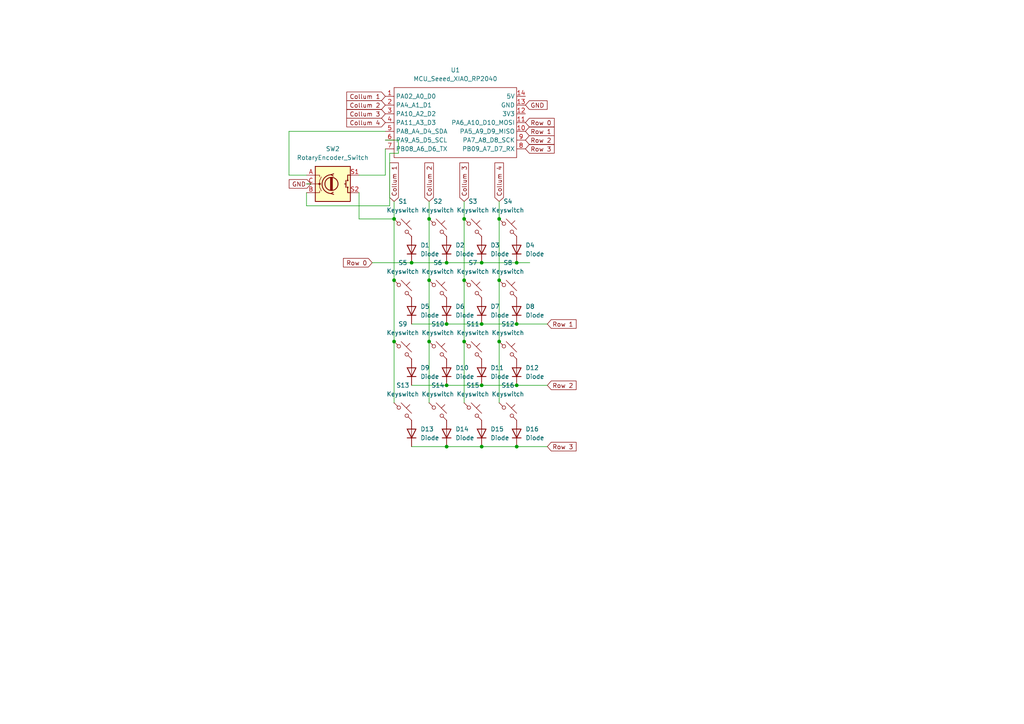
<source format=kicad_sch>
(kicad_sch (version 20231120) (generator "eeschema") (generator_version "8.0")
  (paper "A4")
  (lib_symbols
    (symbol "Device:RotaryEncoder_Switch" (pin_names (offset 0.254) hide)
      (property "Reference" "SW" (at 0 6.604 0))
      (property "Value" "RotaryEncoder_Switch" (at 0 -6.604 0))
      (symbol "RotaryEncoder_Switch_0_1"
        (rectangle (start -5.08 5.08) (end 5.08 -5.08) (stroke (width 0.254)) (fill (type background)))
        (circle (center -3.81 0) (radius 0.254) (fill (type outline)))
        (circle (center -0.381 0) (radius 1.905) (stroke (width 0.254)))
        (arc (start -0.381 2.667) (mid -3.0988 -0.0635) (end -0.381 -2.794) (stroke (width 0.254)))
        (polyline (pts (xy -0.635 -1.778) (xy -0.635 1.778)) (stroke (width 0.254)))
        (polyline (pts (xy -0.381 -1.778) (xy -0.381 1.778)) (stroke (width 0.254)))
        (polyline (pts (xy -0.127 1.778) (xy -0.127 -1.778)) (stroke (width 0.254)))
        (polyline (pts (xy 3.81 0) (xy 3.429 0)) (stroke (width 0.254)))
        (polyline (pts (xy 3.81 1.016) (xy 3.81 -1.016)) (stroke (width 0.254)))
        (polyline (pts (xy -5.08 -2.54) (xy -3.81 -2.54) (xy -3.81 -2.032)))
        (polyline (pts (xy -5.08 2.54) (xy -3.81 2.54) (xy -3.81 2.032)))
        (polyline (pts (xy 0.254 -3.048) (xy -0.508 -2.794) (xy 0.127 -2.413)) (stroke (width 0.254)))
        (polyline (pts (xy 0.254 2.921) (xy -0.508 2.667) (xy 0.127 2.286)) (stroke (width 0.254)))
        (polyline (pts (xy 5.08 -2.54) (xy 4.318 -2.54) (xy 4.318 -1.016)) (stroke (width 0.254)))
        (polyline (pts (xy 5.08 2.54) (xy 4.318 2.54) (xy 4.318 1.016)) (stroke (width 0.254)))
        (polyline (pts (xy -5.08 0) (xy -3.81 0) (xy -3.81 -1.016) (xy -3.302 -2.032)))
        (polyline (pts (xy -4.318 0) (xy -3.81 0) (xy -3.81 1.016) (xy -3.302 2.032)))
        (circle (center 4.318 -1.016) (radius 0.127) (stroke (width 0.254)))
        (circle (center 4.318 1.016) (radius 0.127) (stroke (width 0.254)))
      )
      (symbol "RotaryEncoder_Switch_1_1"
        (pin passive line (at -7.62 2.54 0) (length 2.54) (name "A") (number "A"))
        (pin passive line (at -7.62 -2.54 0) (length 2.54) (name "B") (number "B"))
        (pin passive line (at -7.62 0 0) (length 2.54) (name "C") (number "C"))
        (pin passive line (at 7.62 2.54 180) (length 2.54) (name "S1") (number "S1"))
        (pin passive line (at 7.62 -2.54 180) (length 2.54) (name "S2") (number "S2"))
      )
    )
    (symbol "ScottoKeebs:MCU_Seeed_XIAO_RP2040"
      (property "Reference" "U" (at -16.51 11.43 0))
      (property "Value" "MCU_Seeed_XIAO_RP2040" (at -3.81 -11.43 0))
      (symbol "MCU_Seeed_XIAO_RP2040_0_1"
        (rectangle (start -16.51 10.16) (end 19.05 -10.16))
      )
      (symbol "MCU_Seeed_XIAO_RP2040_1_1"
        (pin passive line (at -19.05 7.62 0) (length 2.54) (name "PA02_A0_D0") (number "1"))
        (pin passive line (at 21.59 -2.54 180) (length 2.54) (name "PA5_A9_D9_MISO") (number "10"))
        (pin passive line (at 21.59 0 180) (length 2.54) (name "PA6_A10_D10_MOSI") (number "11"))
        (pin passive line (at 21.59 2.54 180) (length 2.54) (name "3V3") (number "12"))
        (pin passive line (at 21.59 5.08 180) (length 2.54) (name "GND") (number "13"))
        (pin passive line (at 21.59 7.62 180) (length 2.54) (name "5V") (number "14"))
        (pin passive line (at -19.05 5.08 0) (length 2.54) (name "PA4_A1_D1") (number "2"))
        (pin passive line (at -19.05 2.54 0) (length 2.54) (name "PA10_A2_D2") (number "3"))
        (pin passive line (at -19.05 0 0) (length 2.54) (name "PA11_A3_D3") (number "4"))
        (pin passive line (at -19.05 -2.54 0) (length 2.54) (name "PA8_A4_D4_SDA") (number "5"))
        (pin passive line (at -19.05 -5.08 0) (length 2.54) (name "PA9_A5_D5_SCL") (number "6"))
        (pin passive line (at -19.05 -7.62 0) (length 2.54) (name "PB08_A6_D6_TX") (number "7"))
        (pin passive line (at 21.59 -7.62 180) (length 2.54) (name "PB09_A7_D7_RX") (number "8"))
        (pin passive line (at 21.59 -5.08 180) (length 2.54) (name "PA7_A8_D8_SCK") (number "9"))
      )
    )
    (symbol "ScottoKeebs:Placeholder_Diode" (pin_numbers hide) (pin_names hide)
      (property "Reference" "D" (at 0 2.54 0))
      (property "Value" "Diode" (at 0 -2.54 0))
      (symbol "Placeholder_Diode_0_1"
        (polyline (pts (xy -1.27 1.27) (xy -1.27 -1.27)) (stroke (width 0.254)))
        (polyline (pts (xy 1.27 0) (xy -1.27 0)))
        (polyline (pts (xy 1.27 1.27) (xy 1.27 -1.27) (xy -1.27 0) (xy 1.27 1.27)) (stroke (width 0.254)))
      )
      (symbol "Placeholder_Diode_1_1"
        (pin passive line (at -3.81 0 0) (length 2.54) (name "K") (number "1"))
        (pin passive line (at 3.81 0 180) (length 2.54) (name "A") (number "2"))
      )
    )
    (symbol "ScottoKeebs:Placeholder_Keyswitch" (pin_numbers hide) (pin_names (offset 1.016) hide)
      (property "Reference" "S" (at 3.048 1.016 0))
      (property "Value" "Keyswitch" (at 0 -3.81 0))
      (symbol "Placeholder_Keyswitch_0_1"
        (circle (center -1.1684 1.1684) (radius 0.508))
        (polyline (pts (xy -0.508 2.54) (xy 2.54 -0.508)))
        (polyline (pts (xy 1.016 1.016) (xy 2.032 2.032)))
        (polyline (pts (xy -2.54 2.54) (xy -1.524 1.524) (xy -1.524 1.524)))
        (polyline (pts (xy 1.524 -1.524) (xy 2.54 -2.54) (xy 2.54 -2.54) (xy 2.54 -2.54)))
        (circle (center 1.143 -1.1938) (radius 0.508))
        (pin passive line (at -2.54 2.54 0) (length 0) (name "1") (number "1"))
        (pin passive line (at 2.54 -2.54 180) (length 0) (name "2") (number "2"))
      )
    )
  )
  (junction (at 144.78 81.28))
  (junction (at 134.62 99.06))
  (junction (at 129.54 111.76))
  (junction (at 124.46 63.5))
  (junction (at 144.78 63.5))
  (junction (at 139.7 129.54))
  (junction (at 119.38 76.2))
  (junction (at 139.7 93.98))
  (junction (at 129.54 93.98))
  (junction (at 149.86 93.98))
  (junction (at 134.62 81.28))
  (junction (at 149.86 129.54))
  (junction (at 124.46 99.06))
  (junction (at 124.46 81.28))
  (junction (at 144.78 99.06))
  (junction (at 129.54 129.54))
  (junction (at 114.3 81.28))
  (junction (at 129.54 76.2))
  (junction (at 134.62 63.5))
  (junction (at 139.7 111.76))
  (junction (at 149.86 111.76))
  (junction (at 114.3 63.5))
  (junction (at 149.86 76.2))
  (junction (at 114.3 99.06))
  (junction (at 139.7 76.2))
  (wire (pts (xy 111.76 40.64) (xy 115.57 40.64)))
  (wire (pts (xy 124.46 81.28) (xy 124.46 99.06)))
  (wire (pts (xy 129.54 129.54) (xy 139.7 129.54)))
  (wire (pts (xy 134.62 81.28) (xy 134.62 99.06)))
  (wire (pts (xy 113.03 44.45) (xy 115.57 44.45)))
  (wire (pts (xy 144.78 58.42) (xy 144.78 63.5)))
  (wire (pts (xy 83.82 50.8) (xy 88.9 50.8)))
  (wire (pts (xy 144.78 63.5) (xy 144.78 81.28)))
  (wire (pts (xy 158.75 111.76) (xy 149.86 111.76)))
  (wire (pts (xy 107.95 76.2) (xy 119.38 76.2)))
  (wire (pts (xy 134.62 99.06) (xy 134.62 116.84)))
  (wire (pts (xy 114.3 58.42) (xy 114.3 63.5)))
  (wire (pts (xy 124.46 58.42) (xy 124.46 63.5)))
  (wire (pts (xy 139.7 111.76) (xy 149.86 111.76)))
  (wire (pts (xy 119.38 93.98) (xy 129.54 93.98)))
  (wire (pts (xy 144.78 81.28) (xy 144.78 99.06)))
  (wire (pts (xy 153.67 76.2) (xy 149.86 76.2)))
  (wire (pts (xy 88.9 59.69) (xy 113.03 59.69)))
  (wire (pts (xy 119.38 76.2) (xy 129.54 76.2)))
  (wire (pts (xy 149.86 93.98) (xy 158.75 93.98)))
  (wire (pts (xy 124.46 99.06) (xy 124.46 116.84)))
  (wire (pts (xy 129.54 111.76) (xy 139.7 111.76)))
  (wire (pts (xy 113.03 59.69) (xy 113.03 44.45)))
  (wire (pts (xy 119.38 111.76) (xy 129.54 111.76)))
  (wire (pts (xy 114.3 63.5) (xy 114.3 81.28)))
  (wire (pts (xy 104.14 55.88) (xy 104.14 63.5)))
  (wire (pts (xy 139.7 93.98) (xy 149.86 93.98)))
  (wire (pts (xy 115.57 44.45) (xy 115.57 40.64)))
  (wire (pts (xy 90.17 53.34) (xy 88.9 53.34)))
  (wire (pts (xy 114.3 99.06) (xy 114.3 116.84)))
  (wire (pts (xy 134.62 63.5) (xy 134.62 81.28)))
  (wire (pts (xy 129.54 76.2) (xy 139.7 76.2)))
  (wire (pts (xy 144.78 99.06) (xy 144.78 116.84)))
  (wire (pts (xy 111.76 50.8) (xy 111.76 43.18)))
  (wire (pts (xy 129.54 93.98) (xy 139.7 93.98)))
  (wire (pts (xy 139.7 76.2) (xy 149.86 76.2)))
  (wire (pts (xy 88.9 55.88) (xy 88.9 59.69)))
  (wire (pts (xy 139.7 129.54) (xy 149.86 129.54)))
  (wire (pts (xy 114.3 81.28) (xy 114.3 99.06)))
  (wire (pts (xy 158.75 129.54) (xy 149.86 129.54)))
  (wire (pts (xy 119.38 129.54) (xy 129.54 129.54)))
  (wire (pts (xy 83.82 50.8) (xy 83.82 38.1)))
  (wire (pts (xy 134.62 58.42) (xy 134.62 63.5)))
  (wire (pts (xy 104.14 63.5) (xy 114.3 63.5)))
  (wire (pts (xy 83.82 38.1) (xy 111.76 38.1)))
  (wire (pts (xy 124.46 63.5) (xy 124.46 81.28)))
  (wire (pts (xy 104.14 50.8) (xy 111.76 50.8)))
  (global_label "Row 0" (shape input) (at 152.4 35.56 0) (property "Intersheetrefs" "${INTERSHEET_REFS}" (effects (hide yes))))
  (global_label "Row 1" (shape input) (at 152.4 38.1 0) (property "Intersheetrefs" "${INTERSHEET_REFS}" (effects (hide yes))))
  (global_label "Collum 4" (shape input) (at 111.76 35.56 180) (property "Intersheetrefs" "${INTERSHEET_REFS}" (effects (hide yes))))
  (global_label "Row 3" (shape input) (at 158.75 129.54 0) (property "Intersheetrefs" "${INTERSHEET_REFS}" (effects (hide yes))))
  (global_label "GND" (shape input) (at 152.4 30.48 0) (property "Intersheetrefs" "${INTERSHEET_REFS}" (effects (hide yes))))
  (global_label "Collum 1" (shape input) (at 114.3 58.42 90) (property "Intersheetrefs" "${INTERSHEET_REFS}" (effects (hide yes))))
  (global_label "Row 0" (shape input) (at 107.95 76.2 180) (property "Intersheetrefs" "${INTERSHEET_REFS}" (effects (hide yes))))
  (global_label "Row 2" (shape input) (at 158.75 111.76 0) (property "Intersheetrefs" "${INTERSHEET_REFS}" (effects (hide yes))))
  (global_label "GND" (shape input) (at 90.17 53.34 180) (property "Intersheetrefs" "${INTERSHEET_REFS}" (effects (hide yes))))
  (global_label "Row 1" (shape input) (at 158.75 93.98 0) (property "Intersheetrefs" "${INTERSHEET_REFS}" (effects (hide yes))))
  (global_label "Collum 2" (shape input) (at 124.46 58.42 90) (property "Intersheetrefs" "${INTERSHEET_REFS}" (effects (hide yes))))
  (global_label "Row 2" (shape input) (at 152.4 40.64 0) (property "Intersheetrefs" "${INTERSHEET_REFS}" (effects (hide yes))))
  (global_label "Row 3" (shape input) (at 152.4 43.18 0) (property "Intersheetrefs" "${INTERSHEET_REFS}" (effects (hide yes))))
  (global_label "Collum 4" (shape input) (at 144.78 58.42 90) (property "Intersheetrefs" "${INTERSHEET_REFS}" (effects (hide yes))))
  (global_label "Collum 3" (shape input) (at 111.76 33.02 180) (property "Intersheetrefs" "${INTERSHEET_REFS}" (effects (hide yes))))
  (global_label "Collum 3" (shape input) (at 134.62 58.42 90) (property "Intersheetrefs" "${INTERSHEET_REFS}" (effects (hide yes))))
  (global_label "Collum 2" (shape input) (at 111.76 30.48 180) (property "Intersheetrefs" "${INTERSHEET_REFS}" (effects (hide yes))))
  (global_label "Collum 1" (shape input) (at 111.76 27.94 180) (property "Intersheetrefs" "${INTERSHEET_REFS}" (effects (hide yes))))
  (symbol (lib_id "ScottoKeebs:Placeholder_Diode") (at 149.86 72.39 90) (unit 1)
    (property "Reference" "D4" (at 152.4 71.1199 90) (effects (justify right)))
    (property "Value" "Diode" (at 152.4 73.6599 90) (effects (justify right)))
    (property "Footprint" "ScottoKeebs_Components:Diode_DO-35" (effects (hide yes)))
    (property "Description" "1N4148 (DO-35) or 1N4148W (SOD-123)" (effects (hide yes)))
    (property "Sim.Device" "D" (effects (hide yes)))
    (property "Sim.Pins" "1=K 2=A" (effects (hide yes)))
  )
  (symbol (lib_id "ScottoKeebs:Placeholder_Keyswitch") (at 137.16 119.38 0) (unit 1)
    (property "Reference" "S15" (at 137.16 111.76 0))
    (property "Value" "Keyswitch" (at 137.16 114.3 0))
    (property "Footprint" "ScottoKeebs_MX:MX_PCB_1.00u" (effects (hide yes)))
    (property "Description" "Push button switch, normally open, two pins, 45° tilted" (effects (hide yes)))
  )
  (symbol (lib_id "ScottoKeebs:Placeholder_Diode") (at 119.38 125.73 90) (unit 1)
    (property "Reference" "D13" (at 121.92 124.4599 90) (effects (justify right)))
    (property "Value" "Diode" (at 121.92 126.9999 90) (effects (justify right)))
    (property "Footprint" "ScottoKeebs_Components:Diode_DO-35" (effects (hide yes)))
    (property "Description" "1N4148 (DO-35) or 1N4148W (SOD-123)" (effects (hide yes)))
    (property "Sim.Device" "D" (effects (hide yes)))
    (property "Sim.Pins" "1=K 2=A" (effects (hide yes)))
  )
  (symbol (lib_id "ScottoKeebs:Placeholder_Diode") (at 129.54 72.39 90) (unit 1)
    (property "Reference" "D2" (at 132.08 71.1199 90) (effects (justify right)))
    (property "Value" "Diode" (at 132.08 73.6599 90) (effects (justify right)))
    (property "Footprint" "ScottoKeebs_Components:Diode_DO-35" (effects (hide yes)))
    (property "Description" "1N4148 (DO-35) or 1N4148W (SOD-123)" (effects (hide yes)))
    (property "Sim.Device" "D" (effects (hide yes)))
    (property "Sim.Pins" "1=K 2=A" (effects (hide yes)))
  )
  (symbol (lib_id "Device:RotaryEncoder_Switch") (at 96.52 53.34 0) (unit 1)
    (property "Reference" "SW2" (at 96.52 43.18 0))
    (property "Value" "RotaryEncoder_Switch" (at 96.52 45.72 0))
    (property "Footprint" "ScottoKeebs_Scotto:Encoder_EC11_MX" (effects (hide yes)))
    (property "Description" "Rotary encoder, dual channel, incremental quadrate outputs, with switch" (effects (hide yes)))
  )
  (symbol (lib_id "ScottoKeebs:Placeholder_Keyswitch") (at 116.84 83.82 0) (unit 1)
    (property "Reference" "S5" (at 116.84 76.2 0))
    (property "Value" "Keyswitch" (at 116.84 78.74 0))
    (property "Footprint" "ScottoKeebs_MX:MX_PCB_1.00u" (effects (hide yes)))
    (property "Description" "Push button switch, normally open, two pins, 45° tilted" (effects (hide yes)))
  )
  (symbol (lib_id "ScottoKeebs:Placeholder_Diode") (at 129.54 107.95 90) (unit 1)
    (property "Reference" "D10" (at 132.08 106.6799 90) (effects (justify right)))
    (property "Value" "Diode" (at 132.08 109.2199 90) (effects (justify right)))
    (property "Footprint" "ScottoKeebs_Components:Diode_DO-35" (effects (hide yes)))
    (property "Description" "1N4148 (DO-35) or 1N4148W (SOD-123)" (effects (hide yes)))
    (property "Sim.Device" "D" (effects (hide yes)))
    (property "Sim.Pins" "1=K 2=A" (effects (hide yes)))
  )
  (symbol (lib_id "ScottoKeebs:Placeholder_Keyswitch") (at 147.32 119.38 0) (unit 1)
    (property "Reference" "S16" (at 147.32 111.76 0))
    (property "Value" "Keyswitch" (at 147.32 114.3 0))
    (property "Footprint" "ScottoKeebs_MX:MX_PCB_1.00u" (effects (hide yes)))
    (property "Description" "Push button switch, normally open, two pins, 45° tilted" (effects (hide yes)))
  )
  (symbol (lib_id "ScottoKeebs:Placeholder_Diode") (at 119.38 90.17 90) (unit 1)
    (property "Reference" "D5" (at 121.92 88.8999 90) (effects (justify right)))
    (property "Value" "Diode" (at 121.92 91.4399 90) (effects (justify right)))
    (property "Footprint" "ScottoKeebs_Components:Diode_DO-35" (effects (hide yes)))
    (property "Description" "1N4148 (DO-35) or 1N4148W (SOD-123)" (effects (hide yes)))
    (property "Sim.Device" "D" (effects (hide yes)))
    (property "Sim.Pins" "1=K 2=A" (effects (hide yes)))
  )
  (symbol (lib_id "ScottoKeebs:Placeholder_Diode") (at 129.54 90.17 90) (unit 1)
    (property "Reference" "D6" (at 132.08 88.8999 90) (effects (justify right)))
    (property "Value" "Diode" (at 132.08 91.4399 90) (effects (justify right)))
    (property "Footprint" "ScottoKeebs_Components:Diode_DO-35" (effects (hide yes)))
    (property "Description" "1N4148 (DO-35) or 1N4148W (SOD-123)" (effects (hide yes)))
    (property "Sim.Device" "D" (effects (hide yes)))
    (property "Sim.Pins" "1=K 2=A" (effects (hide yes)))
  )
  (symbol (lib_id "ScottoKeebs:Placeholder_Keyswitch") (at 116.84 66.04 0) (unit 1)
    (property "Reference" "S1" (at 116.84 58.42 0))
    (property "Value" "Keyswitch" (at 116.84 60.96 0))
    (property "Footprint" "ScottoKeebs_MX:MX_PCB_1.00u" (effects (hide yes)))
    (property "Description" "Push button switch, normally open, two pins, 45° tilted" (effects (hide yes)))
  )
  (symbol (lib_id "ScottoKeebs:Placeholder_Keyswitch") (at 116.84 119.38 0) (unit 1)
    (property "Reference" "S13" (at 116.84 111.76 0))
    (property "Value" "Keyswitch" (at 116.84 114.3 0))
    (property "Footprint" "ScottoKeebs_MX:MX_PCB_1.00u" (effects (hide yes)))
    (property "Description" "Push button switch, normally open, two pins, 45° tilted" (effects (hide yes)))
  )
  (symbol (lib_id "ScottoKeebs:Placeholder_Keyswitch") (at 147.32 83.82 0) (unit 1)
    (property "Reference" "S8" (at 147.32 76.2 0))
    (property "Value" "Keyswitch" (at 147.32 78.74 0))
    (property "Footprint" "ScottoKeebs_MX:MX_PCB_1.00u" (effects (hide yes)))
    (property "Description" "Push button switch, normally open, two pins, 45° tilted" (effects (hide yes)))
  )
  (symbol (lib_id "ScottoKeebs:Placeholder_Keyswitch") (at 147.32 101.6 0) (unit 1)
    (property "Reference" "S12" (at 147.32 93.98 0))
    (property "Value" "Keyswitch" (at 147.32 96.52 0))
    (property "Footprint" "ScottoKeebs_MX:MX_PCB_1.00u" (effects (hide yes)))
    (property "Description" "Push button switch, normally open, two pins, 45° tilted" (effects (hide yes)))
  )
  (symbol (lib_id "ScottoKeebs:Placeholder_Diode") (at 149.86 125.73 90) (unit 1)
    (property "Reference" "D16" (at 152.4 124.4599 90) (effects (justify right)))
    (property "Value" "Diode" (at 152.4 126.9999 90) (effects (justify right)))
    (property "Footprint" "ScottoKeebs_Components:Diode_DO-35" (effects (hide yes)))
    (property "Description" "1N4148 (DO-35) or 1N4148W (SOD-123)" (effects (hide yes)))
    (property "Sim.Device" "D" (effects (hide yes)))
    (property "Sim.Pins" "1=K 2=A" (effects (hide yes)))
  )
  (symbol (lib_id "ScottoKeebs:Placeholder_Keyswitch") (at 127 83.82 0) (unit 1)
    (property "Reference" "S6" (at 127 76.2 0))
    (property "Value" "Keyswitch" (at 127 78.74 0))
    (property "Footprint" "ScottoKeebs_MX:MX_PCB_1.00u" (effects (hide yes)))
    (property "Description" "Push button switch, normally open, two pins, 45° tilted" (effects (hide yes)))
  )
  (symbol (lib_id "ScottoKeebs:Placeholder_Diode") (at 119.38 107.95 90) (unit 1)
    (property "Reference" "D9" (at 121.92 106.6799 90) (effects (justify right)))
    (property "Value" "Diode" (at 121.92 109.2199 90) (effects (justify right)))
    (property "Footprint" "ScottoKeebs_Components:Diode_DO-35" (effects (hide yes)))
    (property "Description" "1N4148 (DO-35) or 1N4148W (SOD-123)" (effects (hide yes)))
    (property "Sim.Device" "D" (effects (hide yes)))
    (property "Sim.Pins" "1=K 2=A" (effects (hide yes)))
  )
  (symbol (lib_id "ScottoKeebs:Placeholder_Keyswitch") (at 147.32 66.04 0) (unit 1)
    (property "Reference" "S4" (at 147.32 58.42 0))
    (property "Value" "Keyswitch" (at 147.32 60.96 0))
    (property "Footprint" "ScottoKeebs_MX:MX_PCB_1.00u" (effects (hide yes)))
    (property "Description" "Push button switch, normally open, two pins, 45° tilted" (effects (hide yes)))
  )
  (symbol (lib_id "ScottoKeebs:Placeholder_Diode") (at 119.38 72.39 90) (unit 1)
    (property "Reference" "D1" (at 121.92 71.1199 90) (effects (justify right)))
    (property "Value" "Diode" (at 121.92 73.6599 90) (effects (justify right)))
    (property "Footprint" "ScottoKeebs_Components:Diode_DO-35" (effects (hide yes)))
    (property "Description" "1N4148 (DO-35) or 1N4148W (SOD-123)" (effects (hide yes)))
    (property "Sim.Device" "D" (effects (hide yes)))
    (property "Sim.Pins" "1=K 2=A" (effects (hide yes)))
  )
  (symbol (lib_id "ScottoKeebs:Placeholder_Diode") (at 139.7 72.39 90) (unit 1)
    (property "Reference" "D3" (at 142.24 71.1199 90) (effects (justify right)))
    (property "Value" "Diode" (at 142.24 73.6599 90) (effects (justify right)))
    (property "Footprint" "ScottoKeebs_Components:Diode_DO-35" (effects (hide yes)))
    (property "Description" "1N4148 (DO-35) or 1N4148W (SOD-123)" (effects (hide yes)))
    (property "Sim.Device" "D" (effects (hide yes)))
    (property "Sim.Pins" "1=K 2=A" (effects (hide yes)))
  )
  (symbol (lib_id "ScottoKeebs:Placeholder_Diode") (at 149.86 107.95 90) (unit 1)
    (property "Reference" "D12" (at 152.4 106.6799 90) (effects (justify right)))
    (property "Value" "Diode" (at 152.4 109.2199 90) (effects (justify right)))
    (property "Footprint" "ScottoKeebs_Components:Diode_DO-35" (effects (hide yes)))
    (property "Description" "1N4148 (DO-35) or 1N4148W (SOD-123)" (effects (hide yes)))
    (property "Sim.Device" "D" (effects (hide yes)))
    (property "Sim.Pins" "1=K 2=A" (effects (hide yes)))
  )
  (symbol (lib_id "ScottoKeebs:Placeholder_Keyswitch") (at 127 66.04 0) (unit 1)
    (property "Reference" "S2" (at 127 58.42 0))
    (property "Value" "Keyswitch" (at 127 60.96 0))
    (property "Footprint" "ScottoKeebs_MX:MX_PCB_1.00u" (effects (hide yes)))
    (property "Description" "Push button switch, normally open, two pins, 45° tilted" (effects (hide yes)))
  )
  (symbol (lib_id "ScottoKeebs:Placeholder_Keyswitch") (at 127 101.6 0) (unit 1)
    (property "Reference" "S10" (at 127 93.98 0))
    (property "Value" "Keyswitch" (at 127 96.52 0))
    (property "Footprint" "ScottoKeebs_MX:MX_PCB_1.00u" (effects (hide yes)))
    (property "Description" "Push button switch, normally open, two pins, 45° tilted" (effects (hide yes)))
  )
  (symbol (lib_id "ScottoKeebs:Placeholder_Keyswitch") (at 137.16 101.6 0) (unit 1)
    (property "Reference" "S11" (at 137.16 93.98 0))
    (property "Value" "Keyswitch" (at 137.16 96.52 0))
    (property "Footprint" "ScottoKeebs_MX:MX_PCB_1.00u" (effects (hide yes)))
    (property "Description" "Push button switch, normally open, two pins, 45° tilted" (effects (hide yes)))
  )
  (symbol (lib_id "ScottoKeebs:Placeholder_Diode") (at 149.86 90.17 90) (unit 1)
    (property "Reference" "D8" (at 152.4 88.8999 90) (effects (justify right)))
    (property "Value" "Diode" (at 152.4 91.4399 90) (effects (justify right)))
    (property "Footprint" "ScottoKeebs_Components:Diode_DO-35" (effects (hide yes)))
    (property "Description" "1N4148 (DO-35) or 1N4148W (SOD-123)" (effects (hide yes)))
    (property "Sim.Device" "D" (effects (hide yes)))
    (property "Sim.Pins" "1=K 2=A" (effects (hide yes)))
  )
  (symbol (lib_id "ScottoKeebs:Placeholder_Keyswitch") (at 116.84 101.6 0) (unit 1)
    (property "Reference" "S9" (at 116.84 93.98 0))
    (property "Value" "Keyswitch" (at 116.84 96.52 0))
    (property "Footprint" "ScottoKeebs_MX:MX_PCB_1.00u" (effects (hide yes)))
    (property "Description" "Push button switch, normally open, two pins, 45° tilted" (effects (hide yes)))
  )
  (symbol (lib_id "ScottoKeebs:Placeholder_Keyswitch") (at 137.16 66.04 0) (unit 1)
    (property "Reference" "S3" (at 137.16 58.42 0))
    (property "Value" "Keyswitch" (at 137.16 60.96 0))
    (property "Footprint" "ScottoKeebs_MX:MX_PCB_1.00u" (effects (hide yes)))
    (property "Description" "Push button switch, normally open, two pins, 45° tilted" (effects (hide yes)))
  )
  (symbol (lib_id "ScottoKeebs:Placeholder_Keyswitch") (at 127 119.38 0) (unit 1)
    (property "Reference" "S14" (at 127 111.76 0))
    (property "Value" "Keyswitch" (at 127 114.3 0))
    (property "Footprint" "ScottoKeebs_MX:MX_PCB_1.00u" (effects (hide yes)))
    (property "Description" "Push button switch, normally open, two pins, 45° tilted" (effects (hide yes)))
  )
  (symbol (lib_id "ScottoKeebs:Placeholder_Keyswitch") (at 137.16 83.82 0) (unit 1)
    (property "Reference" "S7" (at 137.16 76.2 0))
    (property "Value" "Keyswitch" (at 137.16 78.74 0))
    (property "Footprint" "ScottoKeebs_MX:MX_PCB_1.00u" (effects (hide yes)))
    (property "Description" "Push button switch, normally open, two pins, 45° tilted" (effects (hide yes)))
  )
  (symbol (lib_id "ScottoKeebs:MCU_Seeed_XIAO_RP2040") (at 130.81 35.56 0) (unit 1)
    (property "Reference" "U1" (at 132.08 20.32 0))
    (property "Value" "MCU_Seeed_XIAO_RP2040" (at 132.08 22.86 0))
    (property "Footprint" "ScottoKeebs_MCU:Seeed_XIAO_RP2040" (effects (hide yes)))
  )
  (symbol (lib_id "ScottoKeebs:Placeholder_Diode") (at 139.7 107.95 90) (unit 1)
    (property "Reference" "D11" (at 142.24 106.6799 90) (effects (justify right)))
    (property "Value" "Diode" (at 142.24 109.2199 90) (effects (justify right)))
    (property "Footprint" "ScottoKeebs_Components:Diode_DO-35" (effects (hide yes)))
    (property "Description" "1N4148 (DO-35) or 1N4148W (SOD-123)" (effects (hide yes)))
    (property "Sim.Device" "D" (effects (hide yes)))
    (property "Sim.Pins" "1=K 2=A" (effects (hide yes)))
  )
  (symbol (lib_id "ScottoKeebs:Placeholder_Diode") (at 139.7 125.73 90) (unit 1)
    (property "Reference" "D15" (at 142.24 124.4599 90) (effects (justify right)))
    (property "Value" "Diode" (at 142.24 126.9999 90) (effects (justify right)))
    (property "Footprint" "ScottoKeebs_Components:Diode_DO-35" (effects (hide yes)))
    (property "Description" "1N4148 (DO-35) or 1N4148W (SOD-123)" (effects (hide yes)))
    (property "Sim.Device" "D" (effects (hide yes)))
    (property "Sim.Pins" "1=K 2=A" (effects (hide yes)))
  )
  (symbol (lib_id "ScottoKeebs:Placeholder_Diode") (at 139.7 90.17 90) (unit 1)
    (property "Reference" "D7" (at 142.24 88.8999 90) (effects (justify right)))
    (property "Value" "Diode" (at 142.24 91.4399 90) (effects (justify right)))
    (property "Footprint" "ScottoKeebs_Components:Diode_DO-35" (effects (hide yes)))
    (property "Description" "1N4148 (DO-35) or 1N4148W (SOD-123)" (effects (hide yes)))
    (property "Sim.Device" "D" (effects (hide yes)))
    (property "Sim.Pins" "1=K 2=A" (effects (hide yes)))
  )
  (symbol (lib_id "ScottoKeebs:Placeholder_Diode") (at 129.54 125.73 90) (unit 1)
    (property "Reference" "D14" (at 132.08 124.4599 90) (effects (justify right)))
    (property "Value" "Diode" (at 132.08 126.9999 90) (effects (justify right)))
    (property "Footprint" "ScottoKeebs_Components:Diode_DO-35" (effects (hide yes)))
    (property "Description" "1N4148 (DO-35) or 1N4148W (SOD-123)" (effects (hide yes)))
    (property "Sim.Device" "D" (effects (hide yes)))
    (property "Sim.Pins" "1=K 2=A" (effects (hide yes)))
  )
)
</source>
